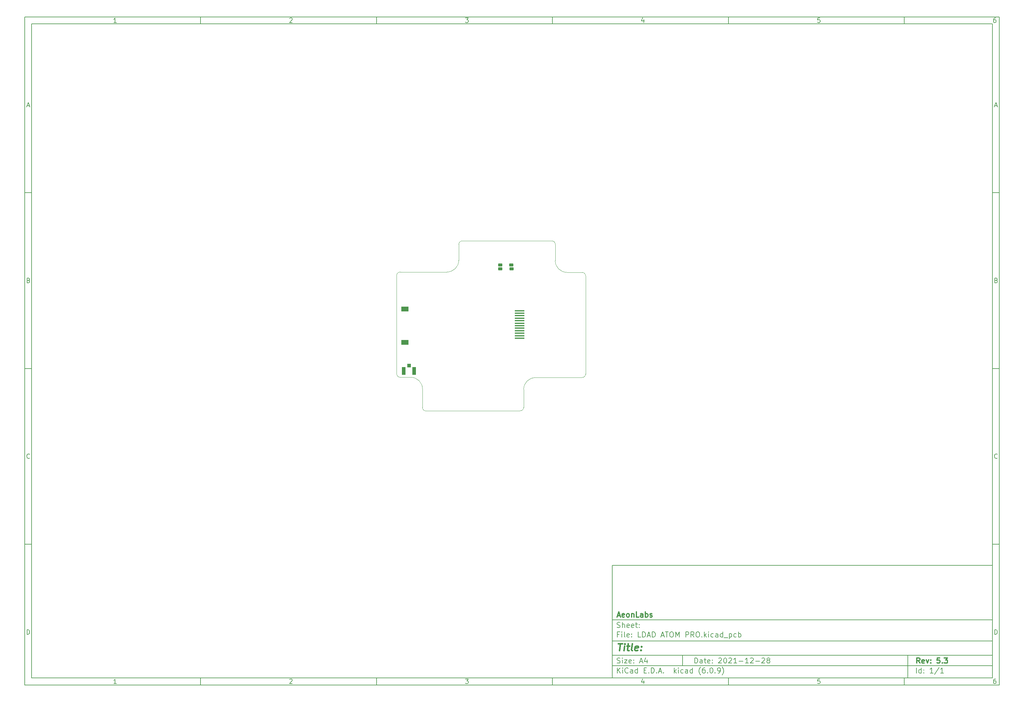
<source format=gbr>
G04 #@! TF.GenerationSoftware,KiCad,Pcbnew,(6.0.9)*
G04 #@! TF.CreationDate,2022-11-30T10:01:03+01:00*
G04 #@! TF.ProjectId,LDAD ATOM PRO,4c444144-2041-4544-9f4d-2050524f2e6b,5.3*
G04 #@! TF.SameCoordinates,Original*
G04 #@! TF.FileFunction,Paste,Bot*
G04 #@! TF.FilePolarity,Positive*
%FSLAX46Y46*%
G04 Gerber Fmt 4.6, Leading zero omitted, Abs format (unit mm)*
G04 Created by KiCad (PCBNEW (6.0.9)) date 2022-11-30 10:01:03*
%MOMM*%
%LPD*%
G01*
G04 APERTURE LIST*
G04 Aperture macros list*
%AMRoundRect*
0 Rectangle with rounded corners*
0 $1 Rounding radius*
0 $2 $3 $4 $5 $6 $7 $8 $9 X,Y pos of 4 corners*
0 Add a 4 corners polygon primitive as box body*
4,1,4,$2,$3,$4,$5,$6,$7,$8,$9,$2,$3,0*
0 Add four circle primitives for the rounded corners*
1,1,$1+$1,$2,$3*
1,1,$1+$1,$4,$5*
1,1,$1+$1,$6,$7*
1,1,$1+$1,$8,$9*
0 Add four rect primitives between the rounded corners*
20,1,$1+$1,$2,$3,$4,$5,0*
20,1,$1+$1,$4,$5,$6,$7,0*
20,1,$1+$1,$6,$7,$8,$9,0*
20,1,$1+$1,$8,$9,$2,$3,0*%
G04 Aperture macros list end*
%ADD10C,0.100000*%
%ADD11C,0.150000*%
%ADD12C,0.300000*%
%ADD13C,0.400000*%
G04 #@! TA.AperFunction,Profile*
%ADD14C,0.120000*%
G04 #@! TD*
%ADD15RoundRect,0.124800X-0.475200X-0.275200X0.475200X-0.275200X0.475200X0.275200X-0.475200X0.275200X0*%
%ADD16R,1.100000X2.250000*%
%ADD17R,1.050000X1.100000*%
%ADD18R,2.100000X1.400000*%
%ADD19R,2.800000X0.300000*%
G04 APERTURE END LIST*
D10*
D11*
X177002200Y-166007200D02*
X177002200Y-198007200D01*
X285002200Y-198007200D01*
X285002200Y-166007200D01*
X177002200Y-166007200D01*
D10*
D11*
X10000000Y-10000000D02*
X10000000Y-200007200D01*
X287002200Y-200007200D01*
X287002200Y-10000000D01*
X10000000Y-10000000D01*
D10*
D11*
X12000000Y-12000000D02*
X12000000Y-198007200D01*
X285002200Y-198007200D01*
X285002200Y-12000000D01*
X12000000Y-12000000D01*
D10*
D11*
X60000000Y-12000000D02*
X60000000Y-10000000D01*
D10*
D11*
X110000000Y-12000000D02*
X110000000Y-10000000D01*
D10*
D11*
X160000000Y-12000000D02*
X160000000Y-10000000D01*
D10*
D11*
X210000000Y-12000000D02*
X210000000Y-10000000D01*
D10*
D11*
X260000000Y-12000000D02*
X260000000Y-10000000D01*
D10*
D11*
X36065476Y-11588095D02*
X35322619Y-11588095D01*
X35694047Y-11588095D02*
X35694047Y-10288095D01*
X35570238Y-10473809D01*
X35446428Y-10597619D01*
X35322619Y-10659523D01*
D10*
D11*
X85322619Y-10411904D02*
X85384523Y-10350000D01*
X85508333Y-10288095D01*
X85817857Y-10288095D01*
X85941666Y-10350000D01*
X86003571Y-10411904D01*
X86065476Y-10535714D01*
X86065476Y-10659523D01*
X86003571Y-10845238D01*
X85260714Y-11588095D01*
X86065476Y-11588095D01*
D10*
D11*
X135260714Y-10288095D02*
X136065476Y-10288095D01*
X135632142Y-10783333D01*
X135817857Y-10783333D01*
X135941666Y-10845238D01*
X136003571Y-10907142D01*
X136065476Y-11030952D01*
X136065476Y-11340476D01*
X136003571Y-11464285D01*
X135941666Y-11526190D01*
X135817857Y-11588095D01*
X135446428Y-11588095D01*
X135322619Y-11526190D01*
X135260714Y-11464285D01*
D10*
D11*
X185941666Y-10721428D02*
X185941666Y-11588095D01*
X185632142Y-10226190D02*
X185322619Y-11154761D01*
X186127380Y-11154761D01*
D10*
D11*
X236003571Y-10288095D02*
X235384523Y-10288095D01*
X235322619Y-10907142D01*
X235384523Y-10845238D01*
X235508333Y-10783333D01*
X235817857Y-10783333D01*
X235941666Y-10845238D01*
X236003571Y-10907142D01*
X236065476Y-11030952D01*
X236065476Y-11340476D01*
X236003571Y-11464285D01*
X235941666Y-11526190D01*
X235817857Y-11588095D01*
X235508333Y-11588095D01*
X235384523Y-11526190D01*
X235322619Y-11464285D01*
D10*
D11*
X285941666Y-10288095D02*
X285694047Y-10288095D01*
X285570238Y-10350000D01*
X285508333Y-10411904D01*
X285384523Y-10597619D01*
X285322619Y-10845238D01*
X285322619Y-11340476D01*
X285384523Y-11464285D01*
X285446428Y-11526190D01*
X285570238Y-11588095D01*
X285817857Y-11588095D01*
X285941666Y-11526190D01*
X286003571Y-11464285D01*
X286065476Y-11340476D01*
X286065476Y-11030952D01*
X286003571Y-10907142D01*
X285941666Y-10845238D01*
X285817857Y-10783333D01*
X285570238Y-10783333D01*
X285446428Y-10845238D01*
X285384523Y-10907142D01*
X285322619Y-11030952D01*
D10*
D11*
X60000000Y-198007200D02*
X60000000Y-200007200D01*
D10*
D11*
X110000000Y-198007200D02*
X110000000Y-200007200D01*
D10*
D11*
X160000000Y-198007200D02*
X160000000Y-200007200D01*
D10*
D11*
X210000000Y-198007200D02*
X210000000Y-200007200D01*
D10*
D11*
X260000000Y-198007200D02*
X260000000Y-200007200D01*
D10*
D11*
X36065476Y-199595295D02*
X35322619Y-199595295D01*
X35694047Y-199595295D02*
X35694047Y-198295295D01*
X35570238Y-198481009D01*
X35446428Y-198604819D01*
X35322619Y-198666723D01*
D10*
D11*
X85322619Y-198419104D02*
X85384523Y-198357200D01*
X85508333Y-198295295D01*
X85817857Y-198295295D01*
X85941666Y-198357200D01*
X86003571Y-198419104D01*
X86065476Y-198542914D01*
X86065476Y-198666723D01*
X86003571Y-198852438D01*
X85260714Y-199595295D01*
X86065476Y-199595295D01*
D10*
D11*
X135260714Y-198295295D02*
X136065476Y-198295295D01*
X135632142Y-198790533D01*
X135817857Y-198790533D01*
X135941666Y-198852438D01*
X136003571Y-198914342D01*
X136065476Y-199038152D01*
X136065476Y-199347676D01*
X136003571Y-199471485D01*
X135941666Y-199533390D01*
X135817857Y-199595295D01*
X135446428Y-199595295D01*
X135322619Y-199533390D01*
X135260714Y-199471485D01*
D10*
D11*
X185941666Y-198728628D02*
X185941666Y-199595295D01*
X185632142Y-198233390D02*
X185322619Y-199161961D01*
X186127380Y-199161961D01*
D10*
D11*
X236003571Y-198295295D02*
X235384523Y-198295295D01*
X235322619Y-198914342D01*
X235384523Y-198852438D01*
X235508333Y-198790533D01*
X235817857Y-198790533D01*
X235941666Y-198852438D01*
X236003571Y-198914342D01*
X236065476Y-199038152D01*
X236065476Y-199347676D01*
X236003571Y-199471485D01*
X235941666Y-199533390D01*
X235817857Y-199595295D01*
X235508333Y-199595295D01*
X235384523Y-199533390D01*
X235322619Y-199471485D01*
D10*
D11*
X285941666Y-198295295D02*
X285694047Y-198295295D01*
X285570238Y-198357200D01*
X285508333Y-198419104D01*
X285384523Y-198604819D01*
X285322619Y-198852438D01*
X285322619Y-199347676D01*
X285384523Y-199471485D01*
X285446428Y-199533390D01*
X285570238Y-199595295D01*
X285817857Y-199595295D01*
X285941666Y-199533390D01*
X286003571Y-199471485D01*
X286065476Y-199347676D01*
X286065476Y-199038152D01*
X286003571Y-198914342D01*
X285941666Y-198852438D01*
X285817857Y-198790533D01*
X285570238Y-198790533D01*
X285446428Y-198852438D01*
X285384523Y-198914342D01*
X285322619Y-199038152D01*
D10*
D11*
X10000000Y-60000000D02*
X12000000Y-60000000D01*
D10*
D11*
X10000000Y-110000000D02*
X12000000Y-110000000D01*
D10*
D11*
X10000000Y-160000000D02*
X12000000Y-160000000D01*
D10*
D11*
X10690476Y-35216666D02*
X11309523Y-35216666D01*
X10566666Y-35588095D02*
X11000000Y-34288095D01*
X11433333Y-35588095D01*
D10*
D11*
X11092857Y-84907142D02*
X11278571Y-84969047D01*
X11340476Y-85030952D01*
X11402380Y-85154761D01*
X11402380Y-85340476D01*
X11340476Y-85464285D01*
X11278571Y-85526190D01*
X11154761Y-85588095D01*
X10659523Y-85588095D01*
X10659523Y-84288095D01*
X11092857Y-84288095D01*
X11216666Y-84350000D01*
X11278571Y-84411904D01*
X11340476Y-84535714D01*
X11340476Y-84659523D01*
X11278571Y-84783333D01*
X11216666Y-84845238D01*
X11092857Y-84907142D01*
X10659523Y-84907142D01*
D10*
D11*
X11402380Y-135464285D02*
X11340476Y-135526190D01*
X11154761Y-135588095D01*
X11030952Y-135588095D01*
X10845238Y-135526190D01*
X10721428Y-135402380D01*
X10659523Y-135278571D01*
X10597619Y-135030952D01*
X10597619Y-134845238D01*
X10659523Y-134597619D01*
X10721428Y-134473809D01*
X10845238Y-134350000D01*
X11030952Y-134288095D01*
X11154761Y-134288095D01*
X11340476Y-134350000D01*
X11402380Y-134411904D01*
D10*
D11*
X10659523Y-185588095D02*
X10659523Y-184288095D01*
X10969047Y-184288095D01*
X11154761Y-184350000D01*
X11278571Y-184473809D01*
X11340476Y-184597619D01*
X11402380Y-184845238D01*
X11402380Y-185030952D01*
X11340476Y-185278571D01*
X11278571Y-185402380D01*
X11154761Y-185526190D01*
X10969047Y-185588095D01*
X10659523Y-185588095D01*
D10*
D11*
X287002200Y-60000000D02*
X285002200Y-60000000D01*
D10*
D11*
X287002200Y-110000000D02*
X285002200Y-110000000D01*
D10*
D11*
X287002200Y-160000000D02*
X285002200Y-160000000D01*
D10*
D11*
X285692676Y-35216666D02*
X286311723Y-35216666D01*
X285568866Y-35588095D02*
X286002200Y-34288095D01*
X286435533Y-35588095D01*
D10*
D11*
X286095057Y-84907142D02*
X286280771Y-84969047D01*
X286342676Y-85030952D01*
X286404580Y-85154761D01*
X286404580Y-85340476D01*
X286342676Y-85464285D01*
X286280771Y-85526190D01*
X286156961Y-85588095D01*
X285661723Y-85588095D01*
X285661723Y-84288095D01*
X286095057Y-84288095D01*
X286218866Y-84350000D01*
X286280771Y-84411904D01*
X286342676Y-84535714D01*
X286342676Y-84659523D01*
X286280771Y-84783333D01*
X286218866Y-84845238D01*
X286095057Y-84907142D01*
X285661723Y-84907142D01*
D10*
D11*
X286404580Y-135464285D02*
X286342676Y-135526190D01*
X286156961Y-135588095D01*
X286033152Y-135588095D01*
X285847438Y-135526190D01*
X285723628Y-135402380D01*
X285661723Y-135278571D01*
X285599819Y-135030952D01*
X285599819Y-134845238D01*
X285661723Y-134597619D01*
X285723628Y-134473809D01*
X285847438Y-134350000D01*
X286033152Y-134288095D01*
X286156961Y-134288095D01*
X286342676Y-134350000D01*
X286404580Y-134411904D01*
D10*
D11*
X285661723Y-185588095D02*
X285661723Y-184288095D01*
X285971247Y-184288095D01*
X286156961Y-184350000D01*
X286280771Y-184473809D01*
X286342676Y-184597619D01*
X286404580Y-184845238D01*
X286404580Y-185030952D01*
X286342676Y-185278571D01*
X286280771Y-185402380D01*
X286156961Y-185526190D01*
X285971247Y-185588095D01*
X285661723Y-185588095D01*
D10*
D11*
X200434342Y-193785771D02*
X200434342Y-192285771D01*
X200791485Y-192285771D01*
X201005771Y-192357200D01*
X201148628Y-192500057D01*
X201220057Y-192642914D01*
X201291485Y-192928628D01*
X201291485Y-193142914D01*
X201220057Y-193428628D01*
X201148628Y-193571485D01*
X201005771Y-193714342D01*
X200791485Y-193785771D01*
X200434342Y-193785771D01*
X202577200Y-193785771D02*
X202577200Y-193000057D01*
X202505771Y-192857200D01*
X202362914Y-192785771D01*
X202077200Y-192785771D01*
X201934342Y-192857200D01*
X202577200Y-193714342D02*
X202434342Y-193785771D01*
X202077200Y-193785771D01*
X201934342Y-193714342D01*
X201862914Y-193571485D01*
X201862914Y-193428628D01*
X201934342Y-193285771D01*
X202077200Y-193214342D01*
X202434342Y-193214342D01*
X202577200Y-193142914D01*
X203077200Y-192785771D02*
X203648628Y-192785771D01*
X203291485Y-192285771D02*
X203291485Y-193571485D01*
X203362914Y-193714342D01*
X203505771Y-193785771D01*
X203648628Y-193785771D01*
X204720057Y-193714342D02*
X204577200Y-193785771D01*
X204291485Y-193785771D01*
X204148628Y-193714342D01*
X204077200Y-193571485D01*
X204077200Y-193000057D01*
X204148628Y-192857200D01*
X204291485Y-192785771D01*
X204577200Y-192785771D01*
X204720057Y-192857200D01*
X204791485Y-193000057D01*
X204791485Y-193142914D01*
X204077200Y-193285771D01*
X205434342Y-193642914D02*
X205505771Y-193714342D01*
X205434342Y-193785771D01*
X205362914Y-193714342D01*
X205434342Y-193642914D01*
X205434342Y-193785771D01*
X205434342Y-192857200D02*
X205505771Y-192928628D01*
X205434342Y-193000057D01*
X205362914Y-192928628D01*
X205434342Y-192857200D01*
X205434342Y-193000057D01*
X207220057Y-192428628D02*
X207291485Y-192357200D01*
X207434342Y-192285771D01*
X207791485Y-192285771D01*
X207934342Y-192357200D01*
X208005771Y-192428628D01*
X208077200Y-192571485D01*
X208077200Y-192714342D01*
X208005771Y-192928628D01*
X207148628Y-193785771D01*
X208077200Y-193785771D01*
X209005771Y-192285771D02*
X209148628Y-192285771D01*
X209291485Y-192357200D01*
X209362914Y-192428628D01*
X209434342Y-192571485D01*
X209505771Y-192857200D01*
X209505771Y-193214342D01*
X209434342Y-193500057D01*
X209362914Y-193642914D01*
X209291485Y-193714342D01*
X209148628Y-193785771D01*
X209005771Y-193785771D01*
X208862914Y-193714342D01*
X208791485Y-193642914D01*
X208720057Y-193500057D01*
X208648628Y-193214342D01*
X208648628Y-192857200D01*
X208720057Y-192571485D01*
X208791485Y-192428628D01*
X208862914Y-192357200D01*
X209005771Y-192285771D01*
X210077200Y-192428628D02*
X210148628Y-192357200D01*
X210291485Y-192285771D01*
X210648628Y-192285771D01*
X210791485Y-192357200D01*
X210862914Y-192428628D01*
X210934342Y-192571485D01*
X210934342Y-192714342D01*
X210862914Y-192928628D01*
X210005771Y-193785771D01*
X210934342Y-193785771D01*
X212362914Y-193785771D02*
X211505771Y-193785771D01*
X211934342Y-193785771D02*
X211934342Y-192285771D01*
X211791485Y-192500057D01*
X211648628Y-192642914D01*
X211505771Y-192714342D01*
X213005771Y-193214342D02*
X214148628Y-193214342D01*
X215648628Y-193785771D02*
X214791485Y-193785771D01*
X215220057Y-193785771D02*
X215220057Y-192285771D01*
X215077200Y-192500057D01*
X214934342Y-192642914D01*
X214791485Y-192714342D01*
X216220057Y-192428628D02*
X216291485Y-192357200D01*
X216434342Y-192285771D01*
X216791485Y-192285771D01*
X216934342Y-192357200D01*
X217005771Y-192428628D01*
X217077200Y-192571485D01*
X217077200Y-192714342D01*
X217005771Y-192928628D01*
X216148628Y-193785771D01*
X217077200Y-193785771D01*
X217720057Y-193214342D02*
X218862914Y-193214342D01*
X219505771Y-192428628D02*
X219577200Y-192357200D01*
X219720057Y-192285771D01*
X220077200Y-192285771D01*
X220220057Y-192357200D01*
X220291485Y-192428628D01*
X220362914Y-192571485D01*
X220362914Y-192714342D01*
X220291485Y-192928628D01*
X219434342Y-193785771D01*
X220362914Y-193785771D01*
X221220057Y-192928628D02*
X221077200Y-192857200D01*
X221005771Y-192785771D01*
X220934342Y-192642914D01*
X220934342Y-192571485D01*
X221005771Y-192428628D01*
X221077200Y-192357200D01*
X221220057Y-192285771D01*
X221505771Y-192285771D01*
X221648628Y-192357200D01*
X221720057Y-192428628D01*
X221791485Y-192571485D01*
X221791485Y-192642914D01*
X221720057Y-192785771D01*
X221648628Y-192857200D01*
X221505771Y-192928628D01*
X221220057Y-192928628D01*
X221077200Y-193000057D01*
X221005771Y-193071485D01*
X220934342Y-193214342D01*
X220934342Y-193500057D01*
X221005771Y-193642914D01*
X221077200Y-193714342D01*
X221220057Y-193785771D01*
X221505771Y-193785771D01*
X221648628Y-193714342D01*
X221720057Y-193642914D01*
X221791485Y-193500057D01*
X221791485Y-193214342D01*
X221720057Y-193071485D01*
X221648628Y-193000057D01*
X221505771Y-192928628D01*
D10*
D11*
X177002200Y-194507200D02*
X285002200Y-194507200D01*
D10*
D11*
X178434342Y-196585771D02*
X178434342Y-195085771D01*
X179291485Y-196585771D02*
X178648628Y-195728628D01*
X179291485Y-195085771D02*
X178434342Y-195942914D01*
X179934342Y-196585771D02*
X179934342Y-195585771D01*
X179934342Y-195085771D02*
X179862914Y-195157200D01*
X179934342Y-195228628D01*
X180005771Y-195157200D01*
X179934342Y-195085771D01*
X179934342Y-195228628D01*
X181505771Y-196442914D02*
X181434342Y-196514342D01*
X181220057Y-196585771D01*
X181077200Y-196585771D01*
X180862914Y-196514342D01*
X180720057Y-196371485D01*
X180648628Y-196228628D01*
X180577200Y-195942914D01*
X180577200Y-195728628D01*
X180648628Y-195442914D01*
X180720057Y-195300057D01*
X180862914Y-195157200D01*
X181077200Y-195085771D01*
X181220057Y-195085771D01*
X181434342Y-195157200D01*
X181505771Y-195228628D01*
X182791485Y-196585771D02*
X182791485Y-195800057D01*
X182720057Y-195657200D01*
X182577200Y-195585771D01*
X182291485Y-195585771D01*
X182148628Y-195657200D01*
X182791485Y-196514342D02*
X182648628Y-196585771D01*
X182291485Y-196585771D01*
X182148628Y-196514342D01*
X182077200Y-196371485D01*
X182077200Y-196228628D01*
X182148628Y-196085771D01*
X182291485Y-196014342D01*
X182648628Y-196014342D01*
X182791485Y-195942914D01*
X184148628Y-196585771D02*
X184148628Y-195085771D01*
X184148628Y-196514342D02*
X184005771Y-196585771D01*
X183720057Y-196585771D01*
X183577200Y-196514342D01*
X183505771Y-196442914D01*
X183434342Y-196300057D01*
X183434342Y-195871485D01*
X183505771Y-195728628D01*
X183577200Y-195657200D01*
X183720057Y-195585771D01*
X184005771Y-195585771D01*
X184148628Y-195657200D01*
X186005771Y-195800057D02*
X186505771Y-195800057D01*
X186720057Y-196585771D02*
X186005771Y-196585771D01*
X186005771Y-195085771D01*
X186720057Y-195085771D01*
X187362914Y-196442914D02*
X187434342Y-196514342D01*
X187362914Y-196585771D01*
X187291485Y-196514342D01*
X187362914Y-196442914D01*
X187362914Y-196585771D01*
X188077200Y-196585771D02*
X188077200Y-195085771D01*
X188434342Y-195085771D01*
X188648628Y-195157200D01*
X188791485Y-195300057D01*
X188862914Y-195442914D01*
X188934342Y-195728628D01*
X188934342Y-195942914D01*
X188862914Y-196228628D01*
X188791485Y-196371485D01*
X188648628Y-196514342D01*
X188434342Y-196585771D01*
X188077200Y-196585771D01*
X189577200Y-196442914D02*
X189648628Y-196514342D01*
X189577200Y-196585771D01*
X189505771Y-196514342D01*
X189577200Y-196442914D01*
X189577200Y-196585771D01*
X190220057Y-196157200D02*
X190934342Y-196157200D01*
X190077200Y-196585771D02*
X190577200Y-195085771D01*
X191077200Y-196585771D01*
X191577200Y-196442914D02*
X191648628Y-196514342D01*
X191577200Y-196585771D01*
X191505771Y-196514342D01*
X191577200Y-196442914D01*
X191577200Y-196585771D01*
X194577200Y-196585771D02*
X194577200Y-195085771D01*
X194720057Y-196014342D02*
X195148628Y-196585771D01*
X195148628Y-195585771D02*
X194577200Y-196157200D01*
X195791485Y-196585771D02*
X195791485Y-195585771D01*
X195791485Y-195085771D02*
X195720057Y-195157200D01*
X195791485Y-195228628D01*
X195862914Y-195157200D01*
X195791485Y-195085771D01*
X195791485Y-195228628D01*
X197148628Y-196514342D02*
X197005771Y-196585771D01*
X196720057Y-196585771D01*
X196577200Y-196514342D01*
X196505771Y-196442914D01*
X196434342Y-196300057D01*
X196434342Y-195871485D01*
X196505771Y-195728628D01*
X196577200Y-195657200D01*
X196720057Y-195585771D01*
X197005771Y-195585771D01*
X197148628Y-195657200D01*
X198434342Y-196585771D02*
X198434342Y-195800057D01*
X198362914Y-195657200D01*
X198220057Y-195585771D01*
X197934342Y-195585771D01*
X197791485Y-195657200D01*
X198434342Y-196514342D02*
X198291485Y-196585771D01*
X197934342Y-196585771D01*
X197791485Y-196514342D01*
X197720057Y-196371485D01*
X197720057Y-196228628D01*
X197791485Y-196085771D01*
X197934342Y-196014342D01*
X198291485Y-196014342D01*
X198434342Y-195942914D01*
X199791485Y-196585771D02*
X199791485Y-195085771D01*
X199791485Y-196514342D02*
X199648628Y-196585771D01*
X199362914Y-196585771D01*
X199220057Y-196514342D01*
X199148628Y-196442914D01*
X199077200Y-196300057D01*
X199077200Y-195871485D01*
X199148628Y-195728628D01*
X199220057Y-195657200D01*
X199362914Y-195585771D01*
X199648628Y-195585771D01*
X199791485Y-195657200D01*
X202077200Y-197157200D02*
X202005771Y-197085771D01*
X201862914Y-196871485D01*
X201791485Y-196728628D01*
X201720057Y-196514342D01*
X201648628Y-196157200D01*
X201648628Y-195871485D01*
X201720057Y-195514342D01*
X201791485Y-195300057D01*
X201862914Y-195157200D01*
X202005771Y-194942914D01*
X202077200Y-194871485D01*
X203291485Y-195085771D02*
X203005771Y-195085771D01*
X202862914Y-195157200D01*
X202791485Y-195228628D01*
X202648628Y-195442914D01*
X202577200Y-195728628D01*
X202577200Y-196300057D01*
X202648628Y-196442914D01*
X202720057Y-196514342D01*
X202862914Y-196585771D01*
X203148628Y-196585771D01*
X203291485Y-196514342D01*
X203362914Y-196442914D01*
X203434342Y-196300057D01*
X203434342Y-195942914D01*
X203362914Y-195800057D01*
X203291485Y-195728628D01*
X203148628Y-195657200D01*
X202862914Y-195657200D01*
X202720057Y-195728628D01*
X202648628Y-195800057D01*
X202577200Y-195942914D01*
X204077200Y-196442914D02*
X204148628Y-196514342D01*
X204077200Y-196585771D01*
X204005771Y-196514342D01*
X204077200Y-196442914D01*
X204077200Y-196585771D01*
X205077200Y-195085771D02*
X205220057Y-195085771D01*
X205362914Y-195157200D01*
X205434342Y-195228628D01*
X205505771Y-195371485D01*
X205577200Y-195657200D01*
X205577200Y-196014342D01*
X205505771Y-196300057D01*
X205434342Y-196442914D01*
X205362914Y-196514342D01*
X205220057Y-196585771D01*
X205077200Y-196585771D01*
X204934342Y-196514342D01*
X204862914Y-196442914D01*
X204791485Y-196300057D01*
X204720057Y-196014342D01*
X204720057Y-195657200D01*
X204791485Y-195371485D01*
X204862914Y-195228628D01*
X204934342Y-195157200D01*
X205077200Y-195085771D01*
X206220057Y-196442914D02*
X206291485Y-196514342D01*
X206220057Y-196585771D01*
X206148628Y-196514342D01*
X206220057Y-196442914D01*
X206220057Y-196585771D01*
X207005771Y-196585771D02*
X207291485Y-196585771D01*
X207434342Y-196514342D01*
X207505771Y-196442914D01*
X207648628Y-196228628D01*
X207720057Y-195942914D01*
X207720057Y-195371485D01*
X207648628Y-195228628D01*
X207577200Y-195157200D01*
X207434342Y-195085771D01*
X207148628Y-195085771D01*
X207005771Y-195157200D01*
X206934342Y-195228628D01*
X206862914Y-195371485D01*
X206862914Y-195728628D01*
X206934342Y-195871485D01*
X207005771Y-195942914D01*
X207148628Y-196014342D01*
X207434342Y-196014342D01*
X207577200Y-195942914D01*
X207648628Y-195871485D01*
X207720057Y-195728628D01*
X208220057Y-197157200D02*
X208291485Y-197085771D01*
X208434342Y-196871485D01*
X208505771Y-196728628D01*
X208577200Y-196514342D01*
X208648628Y-196157200D01*
X208648628Y-195871485D01*
X208577200Y-195514342D01*
X208505771Y-195300057D01*
X208434342Y-195157200D01*
X208291485Y-194942914D01*
X208220057Y-194871485D01*
D10*
D11*
X177002200Y-191507200D02*
X285002200Y-191507200D01*
D10*
D12*
X264411485Y-193785771D02*
X263911485Y-193071485D01*
X263554342Y-193785771D02*
X263554342Y-192285771D01*
X264125771Y-192285771D01*
X264268628Y-192357200D01*
X264340057Y-192428628D01*
X264411485Y-192571485D01*
X264411485Y-192785771D01*
X264340057Y-192928628D01*
X264268628Y-193000057D01*
X264125771Y-193071485D01*
X263554342Y-193071485D01*
X265625771Y-193714342D02*
X265482914Y-193785771D01*
X265197200Y-193785771D01*
X265054342Y-193714342D01*
X264982914Y-193571485D01*
X264982914Y-193000057D01*
X265054342Y-192857200D01*
X265197200Y-192785771D01*
X265482914Y-192785771D01*
X265625771Y-192857200D01*
X265697200Y-193000057D01*
X265697200Y-193142914D01*
X264982914Y-193285771D01*
X266197200Y-192785771D02*
X266554342Y-193785771D01*
X266911485Y-192785771D01*
X267482914Y-193642914D02*
X267554342Y-193714342D01*
X267482914Y-193785771D01*
X267411485Y-193714342D01*
X267482914Y-193642914D01*
X267482914Y-193785771D01*
X267482914Y-192857200D02*
X267554342Y-192928628D01*
X267482914Y-193000057D01*
X267411485Y-192928628D01*
X267482914Y-192857200D01*
X267482914Y-193000057D01*
X270054342Y-192285771D02*
X269340057Y-192285771D01*
X269268628Y-193000057D01*
X269340057Y-192928628D01*
X269482914Y-192857200D01*
X269840057Y-192857200D01*
X269982914Y-192928628D01*
X270054342Y-193000057D01*
X270125771Y-193142914D01*
X270125771Y-193500057D01*
X270054342Y-193642914D01*
X269982914Y-193714342D01*
X269840057Y-193785771D01*
X269482914Y-193785771D01*
X269340057Y-193714342D01*
X269268628Y-193642914D01*
X270768628Y-193642914D02*
X270840057Y-193714342D01*
X270768628Y-193785771D01*
X270697200Y-193714342D01*
X270768628Y-193642914D01*
X270768628Y-193785771D01*
X271340057Y-192285771D02*
X272268628Y-192285771D01*
X271768628Y-192857200D01*
X271982914Y-192857200D01*
X272125771Y-192928628D01*
X272197200Y-193000057D01*
X272268628Y-193142914D01*
X272268628Y-193500057D01*
X272197200Y-193642914D01*
X272125771Y-193714342D01*
X271982914Y-193785771D01*
X271554342Y-193785771D01*
X271411485Y-193714342D01*
X271340057Y-193642914D01*
D10*
D11*
X178362914Y-193714342D02*
X178577200Y-193785771D01*
X178934342Y-193785771D01*
X179077200Y-193714342D01*
X179148628Y-193642914D01*
X179220057Y-193500057D01*
X179220057Y-193357200D01*
X179148628Y-193214342D01*
X179077200Y-193142914D01*
X178934342Y-193071485D01*
X178648628Y-193000057D01*
X178505771Y-192928628D01*
X178434342Y-192857200D01*
X178362914Y-192714342D01*
X178362914Y-192571485D01*
X178434342Y-192428628D01*
X178505771Y-192357200D01*
X178648628Y-192285771D01*
X179005771Y-192285771D01*
X179220057Y-192357200D01*
X179862914Y-193785771D02*
X179862914Y-192785771D01*
X179862914Y-192285771D02*
X179791485Y-192357200D01*
X179862914Y-192428628D01*
X179934342Y-192357200D01*
X179862914Y-192285771D01*
X179862914Y-192428628D01*
X180434342Y-192785771D02*
X181220057Y-192785771D01*
X180434342Y-193785771D01*
X181220057Y-193785771D01*
X182362914Y-193714342D02*
X182220057Y-193785771D01*
X181934342Y-193785771D01*
X181791485Y-193714342D01*
X181720057Y-193571485D01*
X181720057Y-193000057D01*
X181791485Y-192857200D01*
X181934342Y-192785771D01*
X182220057Y-192785771D01*
X182362914Y-192857200D01*
X182434342Y-193000057D01*
X182434342Y-193142914D01*
X181720057Y-193285771D01*
X183077200Y-193642914D02*
X183148628Y-193714342D01*
X183077200Y-193785771D01*
X183005771Y-193714342D01*
X183077200Y-193642914D01*
X183077200Y-193785771D01*
X183077200Y-192857200D02*
X183148628Y-192928628D01*
X183077200Y-193000057D01*
X183005771Y-192928628D01*
X183077200Y-192857200D01*
X183077200Y-193000057D01*
X184862914Y-193357200D02*
X185577200Y-193357200D01*
X184720057Y-193785771D02*
X185220057Y-192285771D01*
X185720057Y-193785771D01*
X186862914Y-192785771D02*
X186862914Y-193785771D01*
X186505771Y-192214342D02*
X186148628Y-193285771D01*
X187077200Y-193285771D01*
D10*
D11*
X263434342Y-196585771D02*
X263434342Y-195085771D01*
X264791485Y-196585771D02*
X264791485Y-195085771D01*
X264791485Y-196514342D02*
X264648628Y-196585771D01*
X264362914Y-196585771D01*
X264220057Y-196514342D01*
X264148628Y-196442914D01*
X264077200Y-196300057D01*
X264077200Y-195871485D01*
X264148628Y-195728628D01*
X264220057Y-195657200D01*
X264362914Y-195585771D01*
X264648628Y-195585771D01*
X264791485Y-195657200D01*
X265505771Y-196442914D02*
X265577200Y-196514342D01*
X265505771Y-196585771D01*
X265434342Y-196514342D01*
X265505771Y-196442914D01*
X265505771Y-196585771D01*
X265505771Y-195657200D02*
X265577200Y-195728628D01*
X265505771Y-195800057D01*
X265434342Y-195728628D01*
X265505771Y-195657200D01*
X265505771Y-195800057D01*
X268148628Y-196585771D02*
X267291485Y-196585771D01*
X267720057Y-196585771D02*
X267720057Y-195085771D01*
X267577200Y-195300057D01*
X267434342Y-195442914D01*
X267291485Y-195514342D01*
X269862914Y-195014342D02*
X268577200Y-196942914D01*
X271148628Y-196585771D02*
X270291485Y-196585771D01*
X270720057Y-196585771D02*
X270720057Y-195085771D01*
X270577200Y-195300057D01*
X270434342Y-195442914D01*
X270291485Y-195514342D01*
D10*
D11*
X177002200Y-187507200D02*
X285002200Y-187507200D01*
D10*
D13*
X178714580Y-188211961D02*
X179857438Y-188211961D01*
X179036009Y-190211961D02*
X179286009Y-188211961D01*
X180274104Y-190211961D02*
X180440771Y-188878628D01*
X180524104Y-188211961D02*
X180416961Y-188307200D01*
X180500295Y-188402438D01*
X180607438Y-188307200D01*
X180524104Y-188211961D01*
X180500295Y-188402438D01*
X181107438Y-188878628D02*
X181869342Y-188878628D01*
X181476485Y-188211961D02*
X181262200Y-189926247D01*
X181333628Y-190116723D01*
X181512200Y-190211961D01*
X181702676Y-190211961D01*
X182655057Y-190211961D02*
X182476485Y-190116723D01*
X182405057Y-189926247D01*
X182619342Y-188211961D01*
X184190771Y-190116723D02*
X183988390Y-190211961D01*
X183607438Y-190211961D01*
X183428866Y-190116723D01*
X183357438Y-189926247D01*
X183452676Y-189164342D01*
X183571723Y-188973866D01*
X183774104Y-188878628D01*
X184155057Y-188878628D01*
X184333628Y-188973866D01*
X184405057Y-189164342D01*
X184381247Y-189354819D01*
X183405057Y-189545295D01*
X185155057Y-190021485D02*
X185238390Y-190116723D01*
X185131247Y-190211961D01*
X185047914Y-190116723D01*
X185155057Y-190021485D01*
X185131247Y-190211961D01*
X185286009Y-188973866D02*
X185369342Y-189069104D01*
X185262200Y-189164342D01*
X185178866Y-189069104D01*
X185286009Y-188973866D01*
X185262200Y-189164342D01*
D10*
D11*
X178934342Y-185600057D02*
X178434342Y-185600057D01*
X178434342Y-186385771D02*
X178434342Y-184885771D01*
X179148628Y-184885771D01*
X179720057Y-186385771D02*
X179720057Y-185385771D01*
X179720057Y-184885771D02*
X179648628Y-184957200D01*
X179720057Y-185028628D01*
X179791485Y-184957200D01*
X179720057Y-184885771D01*
X179720057Y-185028628D01*
X180648628Y-186385771D02*
X180505771Y-186314342D01*
X180434342Y-186171485D01*
X180434342Y-184885771D01*
X181791485Y-186314342D02*
X181648628Y-186385771D01*
X181362914Y-186385771D01*
X181220057Y-186314342D01*
X181148628Y-186171485D01*
X181148628Y-185600057D01*
X181220057Y-185457200D01*
X181362914Y-185385771D01*
X181648628Y-185385771D01*
X181791485Y-185457200D01*
X181862914Y-185600057D01*
X181862914Y-185742914D01*
X181148628Y-185885771D01*
X182505771Y-186242914D02*
X182577200Y-186314342D01*
X182505771Y-186385771D01*
X182434342Y-186314342D01*
X182505771Y-186242914D01*
X182505771Y-186385771D01*
X182505771Y-185457200D02*
X182577200Y-185528628D01*
X182505771Y-185600057D01*
X182434342Y-185528628D01*
X182505771Y-185457200D01*
X182505771Y-185600057D01*
X185077200Y-186385771D02*
X184362914Y-186385771D01*
X184362914Y-184885771D01*
X185577200Y-186385771D02*
X185577200Y-184885771D01*
X185934342Y-184885771D01*
X186148628Y-184957200D01*
X186291485Y-185100057D01*
X186362914Y-185242914D01*
X186434342Y-185528628D01*
X186434342Y-185742914D01*
X186362914Y-186028628D01*
X186291485Y-186171485D01*
X186148628Y-186314342D01*
X185934342Y-186385771D01*
X185577200Y-186385771D01*
X187005771Y-185957200D02*
X187720057Y-185957200D01*
X186862914Y-186385771D02*
X187362914Y-184885771D01*
X187862914Y-186385771D01*
X188362914Y-186385771D02*
X188362914Y-184885771D01*
X188720057Y-184885771D01*
X188934342Y-184957200D01*
X189077200Y-185100057D01*
X189148628Y-185242914D01*
X189220057Y-185528628D01*
X189220057Y-185742914D01*
X189148628Y-186028628D01*
X189077200Y-186171485D01*
X188934342Y-186314342D01*
X188720057Y-186385771D01*
X188362914Y-186385771D01*
X190934342Y-185957200D02*
X191648628Y-185957200D01*
X190791485Y-186385771D02*
X191291485Y-184885771D01*
X191791485Y-186385771D01*
X192077200Y-184885771D02*
X192934342Y-184885771D01*
X192505771Y-186385771D02*
X192505771Y-184885771D01*
X193720057Y-184885771D02*
X194005771Y-184885771D01*
X194148628Y-184957200D01*
X194291485Y-185100057D01*
X194362914Y-185385771D01*
X194362914Y-185885771D01*
X194291485Y-186171485D01*
X194148628Y-186314342D01*
X194005771Y-186385771D01*
X193720057Y-186385771D01*
X193577200Y-186314342D01*
X193434342Y-186171485D01*
X193362914Y-185885771D01*
X193362914Y-185385771D01*
X193434342Y-185100057D01*
X193577200Y-184957200D01*
X193720057Y-184885771D01*
X195005771Y-186385771D02*
X195005771Y-184885771D01*
X195505771Y-185957200D01*
X196005771Y-184885771D01*
X196005771Y-186385771D01*
X197862914Y-186385771D02*
X197862914Y-184885771D01*
X198434342Y-184885771D01*
X198577200Y-184957200D01*
X198648628Y-185028628D01*
X198720057Y-185171485D01*
X198720057Y-185385771D01*
X198648628Y-185528628D01*
X198577200Y-185600057D01*
X198434342Y-185671485D01*
X197862914Y-185671485D01*
X200220057Y-186385771D02*
X199720057Y-185671485D01*
X199362914Y-186385771D02*
X199362914Y-184885771D01*
X199934342Y-184885771D01*
X200077200Y-184957200D01*
X200148628Y-185028628D01*
X200220057Y-185171485D01*
X200220057Y-185385771D01*
X200148628Y-185528628D01*
X200077200Y-185600057D01*
X199934342Y-185671485D01*
X199362914Y-185671485D01*
X201148628Y-184885771D02*
X201434342Y-184885771D01*
X201577200Y-184957200D01*
X201720057Y-185100057D01*
X201791485Y-185385771D01*
X201791485Y-185885771D01*
X201720057Y-186171485D01*
X201577200Y-186314342D01*
X201434342Y-186385771D01*
X201148628Y-186385771D01*
X201005771Y-186314342D01*
X200862914Y-186171485D01*
X200791485Y-185885771D01*
X200791485Y-185385771D01*
X200862914Y-185100057D01*
X201005771Y-184957200D01*
X201148628Y-184885771D01*
X202434342Y-186242914D02*
X202505771Y-186314342D01*
X202434342Y-186385771D01*
X202362914Y-186314342D01*
X202434342Y-186242914D01*
X202434342Y-186385771D01*
X203148628Y-186385771D02*
X203148628Y-184885771D01*
X203291485Y-185814342D02*
X203720057Y-186385771D01*
X203720057Y-185385771D02*
X203148628Y-185957200D01*
X204362914Y-186385771D02*
X204362914Y-185385771D01*
X204362914Y-184885771D02*
X204291485Y-184957200D01*
X204362914Y-185028628D01*
X204434342Y-184957200D01*
X204362914Y-184885771D01*
X204362914Y-185028628D01*
X205720057Y-186314342D02*
X205577200Y-186385771D01*
X205291485Y-186385771D01*
X205148628Y-186314342D01*
X205077200Y-186242914D01*
X205005771Y-186100057D01*
X205005771Y-185671485D01*
X205077200Y-185528628D01*
X205148628Y-185457200D01*
X205291485Y-185385771D01*
X205577200Y-185385771D01*
X205720057Y-185457200D01*
X207005771Y-186385771D02*
X207005771Y-185600057D01*
X206934342Y-185457200D01*
X206791485Y-185385771D01*
X206505771Y-185385771D01*
X206362914Y-185457200D01*
X207005771Y-186314342D02*
X206862914Y-186385771D01*
X206505771Y-186385771D01*
X206362914Y-186314342D01*
X206291485Y-186171485D01*
X206291485Y-186028628D01*
X206362914Y-185885771D01*
X206505771Y-185814342D01*
X206862914Y-185814342D01*
X207005771Y-185742914D01*
X208362914Y-186385771D02*
X208362914Y-184885771D01*
X208362914Y-186314342D02*
X208220057Y-186385771D01*
X207934342Y-186385771D01*
X207791485Y-186314342D01*
X207720057Y-186242914D01*
X207648628Y-186100057D01*
X207648628Y-185671485D01*
X207720057Y-185528628D01*
X207791485Y-185457200D01*
X207934342Y-185385771D01*
X208220057Y-185385771D01*
X208362914Y-185457200D01*
X208720057Y-186528628D02*
X209862914Y-186528628D01*
X210220057Y-185385771D02*
X210220057Y-186885771D01*
X210220057Y-185457200D02*
X210362914Y-185385771D01*
X210648628Y-185385771D01*
X210791485Y-185457200D01*
X210862914Y-185528628D01*
X210934342Y-185671485D01*
X210934342Y-186100057D01*
X210862914Y-186242914D01*
X210791485Y-186314342D01*
X210648628Y-186385771D01*
X210362914Y-186385771D01*
X210220057Y-186314342D01*
X212220057Y-186314342D02*
X212077200Y-186385771D01*
X211791485Y-186385771D01*
X211648628Y-186314342D01*
X211577200Y-186242914D01*
X211505771Y-186100057D01*
X211505771Y-185671485D01*
X211577200Y-185528628D01*
X211648628Y-185457200D01*
X211791485Y-185385771D01*
X212077200Y-185385771D01*
X212220057Y-185457200D01*
X212862914Y-186385771D02*
X212862914Y-184885771D01*
X212862914Y-185457200D02*
X213005771Y-185385771D01*
X213291485Y-185385771D01*
X213434342Y-185457200D01*
X213505771Y-185528628D01*
X213577200Y-185671485D01*
X213577200Y-186100057D01*
X213505771Y-186242914D01*
X213434342Y-186314342D01*
X213291485Y-186385771D01*
X213005771Y-186385771D01*
X212862914Y-186314342D01*
D10*
D11*
X177002200Y-181507200D02*
X285002200Y-181507200D01*
D10*
D11*
X178362914Y-183614342D02*
X178577200Y-183685771D01*
X178934342Y-183685771D01*
X179077200Y-183614342D01*
X179148628Y-183542914D01*
X179220057Y-183400057D01*
X179220057Y-183257200D01*
X179148628Y-183114342D01*
X179077200Y-183042914D01*
X178934342Y-182971485D01*
X178648628Y-182900057D01*
X178505771Y-182828628D01*
X178434342Y-182757200D01*
X178362914Y-182614342D01*
X178362914Y-182471485D01*
X178434342Y-182328628D01*
X178505771Y-182257200D01*
X178648628Y-182185771D01*
X179005771Y-182185771D01*
X179220057Y-182257200D01*
X179862914Y-183685771D02*
X179862914Y-182185771D01*
X180505771Y-183685771D02*
X180505771Y-182900057D01*
X180434342Y-182757200D01*
X180291485Y-182685771D01*
X180077200Y-182685771D01*
X179934342Y-182757200D01*
X179862914Y-182828628D01*
X181791485Y-183614342D02*
X181648628Y-183685771D01*
X181362914Y-183685771D01*
X181220057Y-183614342D01*
X181148628Y-183471485D01*
X181148628Y-182900057D01*
X181220057Y-182757200D01*
X181362914Y-182685771D01*
X181648628Y-182685771D01*
X181791485Y-182757200D01*
X181862914Y-182900057D01*
X181862914Y-183042914D01*
X181148628Y-183185771D01*
X183077200Y-183614342D02*
X182934342Y-183685771D01*
X182648628Y-183685771D01*
X182505771Y-183614342D01*
X182434342Y-183471485D01*
X182434342Y-182900057D01*
X182505771Y-182757200D01*
X182648628Y-182685771D01*
X182934342Y-182685771D01*
X183077200Y-182757200D01*
X183148628Y-182900057D01*
X183148628Y-183042914D01*
X182434342Y-183185771D01*
X183577200Y-182685771D02*
X184148628Y-182685771D01*
X183791485Y-182185771D02*
X183791485Y-183471485D01*
X183862914Y-183614342D01*
X184005771Y-183685771D01*
X184148628Y-183685771D01*
X184648628Y-183542914D02*
X184720057Y-183614342D01*
X184648628Y-183685771D01*
X184577200Y-183614342D01*
X184648628Y-183542914D01*
X184648628Y-183685771D01*
X184648628Y-182757200D02*
X184720057Y-182828628D01*
X184648628Y-182900057D01*
X184577200Y-182828628D01*
X184648628Y-182757200D01*
X184648628Y-182900057D01*
D10*
D12*
X178482914Y-180257200D02*
X179197200Y-180257200D01*
X178340057Y-180685771D02*
X178840057Y-179185771D01*
X179340057Y-180685771D01*
X180411485Y-180614342D02*
X180268628Y-180685771D01*
X179982914Y-180685771D01*
X179840057Y-180614342D01*
X179768628Y-180471485D01*
X179768628Y-179900057D01*
X179840057Y-179757200D01*
X179982914Y-179685771D01*
X180268628Y-179685771D01*
X180411485Y-179757200D01*
X180482914Y-179900057D01*
X180482914Y-180042914D01*
X179768628Y-180185771D01*
X181340057Y-180685771D02*
X181197200Y-180614342D01*
X181125771Y-180542914D01*
X181054342Y-180400057D01*
X181054342Y-179971485D01*
X181125771Y-179828628D01*
X181197200Y-179757200D01*
X181340057Y-179685771D01*
X181554342Y-179685771D01*
X181697200Y-179757200D01*
X181768628Y-179828628D01*
X181840057Y-179971485D01*
X181840057Y-180400057D01*
X181768628Y-180542914D01*
X181697200Y-180614342D01*
X181554342Y-180685771D01*
X181340057Y-180685771D01*
X182482914Y-179685771D02*
X182482914Y-180685771D01*
X182482914Y-179828628D02*
X182554342Y-179757200D01*
X182697200Y-179685771D01*
X182911485Y-179685771D01*
X183054342Y-179757200D01*
X183125771Y-179900057D01*
X183125771Y-180685771D01*
X184554342Y-180685771D02*
X183840057Y-180685771D01*
X183840057Y-179185771D01*
X185697200Y-180685771D02*
X185697200Y-179900057D01*
X185625771Y-179757200D01*
X185482914Y-179685771D01*
X185197200Y-179685771D01*
X185054342Y-179757200D01*
X185697200Y-180614342D02*
X185554342Y-180685771D01*
X185197200Y-180685771D01*
X185054342Y-180614342D01*
X184982914Y-180471485D01*
X184982914Y-180328628D01*
X185054342Y-180185771D01*
X185197200Y-180114342D01*
X185554342Y-180114342D01*
X185697200Y-180042914D01*
X186411485Y-180685771D02*
X186411485Y-179185771D01*
X186411485Y-179757200D02*
X186554342Y-179685771D01*
X186840057Y-179685771D01*
X186982914Y-179757200D01*
X187054342Y-179828628D01*
X187125771Y-179971485D01*
X187125771Y-180400057D01*
X187054342Y-180542914D01*
X186982914Y-180614342D01*
X186840057Y-180685771D01*
X186554342Y-180685771D01*
X186411485Y-180614342D01*
X187697200Y-180614342D02*
X187840057Y-180685771D01*
X188125771Y-180685771D01*
X188268628Y-180614342D01*
X188340057Y-180471485D01*
X188340057Y-180400057D01*
X188268628Y-180257200D01*
X188125771Y-180185771D01*
X187911485Y-180185771D01*
X187768628Y-180114342D01*
X187697200Y-179971485D01*
X187697200Y-179900057D01*
X187768628Y-179757200D01*
X187911485Y-179685771D01*
X188125771Y-179685771D01*
X188268628Y-179757200D01*
D10*
D11*
D10*
D11*
D10*
D11*
D10*
D11*
D10*
D11*
X197002200Y-191507200D02*
X197002200Y-194507200D01*
D10*
D11*
X261002200Y-191507200D02*
X261002200Y-198007200D01*
D14*
G04 #@! TO.C,G\u002A\u002A\u002A*
X160787671Y-74711851D02*
X160776866Y-79300755D01*
X133369724Y-74646254D02*
X133358919Y-79235158D01*
X169409371Y-83672874D02*
X169413426Y-111599452D01*
X164086708Y-82643099D02*
X168448275Y-82646023D01*
X115706575Y-83505000D02*
X115726417Y-111467344D01*
X116687513Y-112494195D02*
X119756575Y-112495000D01*
X168386575Y-112560548D02*
X155153427Y-112589452D01*
X116733426Y-82543904D02*
X130016575Y-82545000D01*
X123045479Y-121048149D02*
X123066417Y-115837344D01*
X151803426Y-121083904D02*
X151811083Y-115899294D01*
X124006575Y-122075000D02*
X150776575Y-122045000D01*
X134406575Y-73695000D02*
X159826575Y-73685000D01*
X116733426Y-82543903D02*
G75*
G03*
X115706575Y-83505000I-16851J-1011097D01*
G01*
X123045478Y-121048149D02*
G75*
G03*
X124006575Y-122075000I1011097J-16851D01*
G01*
X123066417Y-115837344D02*
G75*
G03*
X119756575Y-112495000I-3309842J32344D01*
G01*
X155153427Y-112589446D02*
G75*
G03*
X151811083Y-115899294I-32342J-3309844D01*
G01*
X168386575Y-112560548D02*
G75*
G03*
X169413426Y-111599452I16850J1011098D01*
G01*
X130016575Y-82545000D02*
G75*
G03*
X133358919Y-79235158I32344J3309842D01*
G01*
X160787672Y-74711851D02*
G75*
G03*
X159826575Y-73685000I-1011097J16851D01*
G01*
X150776575Y-122044998D02*
G75*
G03*
X151803426Y-121083904I16850J1011098D01*
G01*
X160776864Y-79300755D02*
G75*
G03*
X164086708Y-82643099I3309841J-32345D01*
G01*
X134396575Y-73694999D02*
G75*
G03*
X133369724Y-74656096I-16851J-1011097D01*
G01*
X169409348Y-83672874D02*
G75*
G03*
X168448275Y-82646023I-1011073J16874D01*
G01*
X115726416Y-111467344D02*
G75*
G03*
X116687513Y-112494195I1011097J-16851D01*
G01*
G04 #@! TD*
D15*
G04 #@! TO.C,LED1*
X145140000Y-80523504D03*
X148320000Y-80513504D03*
X145140000Y-81663504D03*
X148330000Y-81633504D03*
G04 #@! TD*
D16*
G04 #@! TO.C,J20*
X117745000Y-110710000D03*
X120695000Y-110710000D03*
D17*
X119220000Y-109160000D03*
G04 #@! TD*
D18*
G04 #@! TO.C,ANT1*
X118020000Y-102560000D03*
X118020000Y-93060000D03*
G04 #@! TD*
D19*
G04 #@! TO.C,LCD1*
X150618795Y-101376357D03*
X150623795Y-100666357D03*
X150623795Y-99956357D03*
X150618795Y-99246357D03*
X150623795Y-98536357D03*
X150618795Y-97821357D03*
X150618795Y-97111357D03*
X150618795Y-96401357D03*
X150613795Y-95691357D03*
X150618795Y-94981357D03*
X150618795Y-94271357D03*
X150618795Y-93561357D03*
G04 #@! TD*
M02*

</source>
